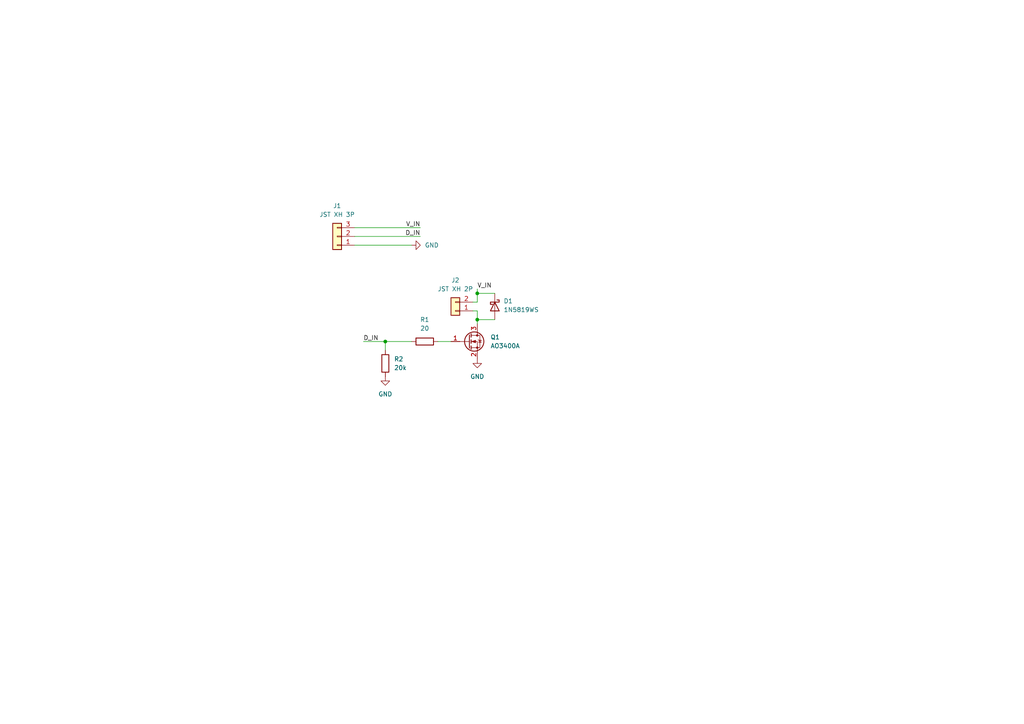
<source format=kicad_sch>
(kicad_sch (version 20250114) (generator "eeschema") (generator_version "9.0")
  (paper "A4")
  (lib_symbols
    (symbol "Connector_Generic:Conn_01x02" (pin_names (offset 1.016) (hide yes))
      (property "Reference" "J" (at 0 2.54 0))
      (property "Value" "Conn_01x02" (at 0 -5.08 0))
      (symbol "Conn_01x02_1_1"
        (rectangle (start -1.27 1.27) (end 1.27 -3.81) (stroke (width 0.254)) (fill (type background)))
        (rectangle (start -1.27 0.127) (end 0 -0.127) (stroke (width 0.1524)))
        (rectangle (start -1.27 -2.413) (end 0 -2.667) (stroke (width 0.1524)))
        (pin passive line (at -5.08 0 0) (length 3.81) (name "Pin_1") (number "1"))
        (pin passive line (at -5.08 -2.54 0) (length 3.81) (name "Pin_2") (number "2"))
      )
    )
    (symbol "Connector_Generic:Conn_01x03" (pin_names (offset 1.016) (hide yes))
      (property "Reference" "J" (at 0 5.08 0))
      (property "Value" "Conn_01x03" (at 0 -5.08 0))
      (symbol "Conn_01x03_1_1"
        (rectangle (start -1.27 3.81) (end 1.27 -3.81) (stroke (width 0.254)) (fill (type background)))
        (rectangle (start -1.27 2.667) (end 0 2.413) (stroke (width 0.1524)))
        (rectangle (start -1.27 0.127) (end 0 -0.127) (stroke (width 0.1524)))
        (rectangle (start -1.27 -2.413) (end 0 -2.667) (stroke (width 0.1524)))
        (pin passive line (at -5.08 2.54 0) (length 3.81) (name "Pin_1") (number "1"))
        (pin passive line (at -5.08 0 0) (length 3.81) (name "Pin_2") (number "2"))
        (pin passive line (at -5.08 -2.54 0) (length 3.81) (name "Pin_3") (number "3"))
      )
    )
    (symbol "Device:R" (pin_numbers (hide yes)) (pin_names (offset 0))
      (property "Reference" "R" (at 2.032 0 90))
      (property "Value" "R" (at 0 0 90))
      (symbol "R_0_1"
        (rectangle (start -1.016 -2.54) (end 1.016 2.54) (stroke (width 0.254)))
      )
      (symbol "R_1_1"
        (pin passive line (at 0 3.81 270) (length 1.27) (name "~") (number "1"))
        (pin passive line (at 0 -3.81 90) (length 1.27) (name "~") (number "2"))
      )
    )
    (symbol "Diode:1N5819WS" (pin_numbers (hide yes)) (pin_names (offset 1.016) (hide yes))
      (property "Reference" "D" (at 0 2.54 0))
      (property "Value" "1N5819WS" (at 0 -2.54 0))
      (symbol "1N5819WS_0_1"
        (polyline (pts (xy -1.905 0.635) (xy -1.905 1.27) (xy -1.27 1.27) (xy -1.27 -1.27) (xy -0.635 -1.27) (xy -0.635 -0.635)) (stroke (width 0.254)))
        (polyline (pts (xy 1.27 1.27) (xy 1.27 -1.27) (xy -1.27 0) (xy 1.27 1.27)) (stroke (width 0.254)))
        (polyline (pts (xy 1.27 0) (xy -1.27 0)))
      )
      (symbol "1N5819WS_1_1"
        (pin passive line (at -3.81 0 0) (length 2.54) (name "K") (number "1"))
        (pin passive line (at 3.81 0 180) (length 2.54) (name "A") (number "2"))
      )
    )
    (symbol "Transistor_FET:AO3400A" (pin_names (hide yes))
      (property "Reference" "Q" (at 5.08 1.905 0))
      (property "Value" "AO3400A" (at 5.08 0 0))
      (symbol "AO3400A_0_1"
        (polyline (pts (xy 0.254 1.905) (xy 0.254 -1.905)) (stroke (width 0.254)))
        (polyline (pts (xy 0.254 0) (xy -2.54 0)))
        (polyline (pts (xy 0.762 2.286) (xy 0.762 1.27)) (stroke (width 0.254)))
        (polyline (pts (xy 0.762 0.508) (xy 0.762 -0.508)) (stroke (width 0.254)))
        (polyline (pts (xy 0.762 -1.27) (xy 0.762 -2.286)) (stroke (width 0.254)))
        (polyline (pts (xy 0.762 -1.778) (xy 3.302 -1.778) (xy 3.302 1.778) (xy 0.762 1.778)))
        (polyline (pts (xy 1.016 0) (xy 2.032 0.381) (xy 2.032 -0.381) (xy 1.016 0)) (fill (type outline)))
        (circle (center 1.651 0) (radius 2.794) (stroke (width 0.254)))
        (polyline (pts (xy 2.54 2.54) (xy 2.54 1.778)))
        (circle (center 2.54 1.778) (radius 0.254) (fill (type outline)))
        (circle (center 2.54 -1.778) (radius 0.254) (fill (type outline)))
        (polyline (pts (xy 2.54 -2.54) (xy 2.54 0) (xy 0.762 0)))
        (polyline (pts (xy 2.794 0.508) (xy 2.921 0.381) (xy 3.683 0.381) (xy 3.81 0.254)))
        (polyline (pts (xy 3.302 0.381) (xy 2.921 -0.254) (xy 3.683 -0.254) (xy 3.302 0.381)))
      )
      (symbol "AO3400A_1_1"
        (pin input line (at -5.08 0 0) (length 2.54) (name "G") (number "1"))
        (pin passive line (at 2.54 5.08 270) (length 2.54) (name "D") (number "3"))
        (pin passive line (at 2.54 -5.08 90) (length 2.54) (name "S") (number "2"))
      )
    )
    (symbol "power:GND" (power) (pin_numbers (hide yes)) (pin_names (offset 0) (hide yes))
      (property "Value" "GND" (at 0 -3.81 0))
      (symbol "GND_0_1"
        (polyline (pts (xy 0 0) (xy 0 -1.27) (xy 1.27 -1.27) (xy 0 -2.54) (xy -1.27 -1.27) (xy 0 -1.27)))
      )
      (symbol "GND_1_1"
        (pin power_in line (at 0 0 270) (length 0) (name "~") (number "1"))
      )
    )
  )
  (junction (at 111.76 99.06))
  (junction (at 138.43 85.09))
  (junction (at 138.43 92.71))
  (wire (pts (xy 138.43 90.17) (xy 138.43 92.71)))
  (wire (pts (xy 105.41 99.06) (xy 111.76 99.06)))
  (wire (pts (xy 138.43 87.63) (xy 137.16 87.63)))
  (wire (pts (xy 111.76 99.06) (xy 119.38 99.06)))
  (wire (pts (xy 138.43 90.17) (xy 137.16 90.17)))
  (wire (pts (xy 138.43 85.09) (xy 143.51 85.09)))
  (wire (pts (xy 138.43 85.09) (xy 138.43 87.63)))
  (wire (pts (xy 138.43 83.82) (xy 138.43 85.09)))
  (wire (pts (xy 102.87 66.04) (xy 121.92 66.04)))
  (wire (pts (xy 111.76 101.6) (xy 111.76 99.06)))
  (wire (pts (xy 102.87 71.12) (xy 119.38 71.12)))
  (wire (pts (xy 127 99.06) (xy 130.81 99.06)))
  (wire (pts (xy 102.87 68.58) (xy 121.92 68.58)))
  (wire (pts (xy 138.43 92.71) (xy 143.51 92.71)))
  (wire (pts (xy 138.43 92.71) (xy 138.43 93.98)))
  (label "V_IN" (at 138.43 83.82 0))
  (label "D_IN" (at 105.41 99.06 0))
  (label "V_IN" (at 121.92 66.04 180))
  (label "D_IN" (at 121.92 68.58 180))
  (symbol (lib_id "Device:R") (at 123.19 99.06 90) (unit 1)
    (property "Reference" "R1" (at 123.19 92.71 90))
    (property "Value" "20" (at 123.19 95.25 90))
    (property "Footprint" "Resistor_SMD:R_0603_1608Metric" (effects (hide yes)))
    (property "Description" "Resistor" (effects (hide yes)))
  )
  (symbol (lib_id "power:GND") (at 111.76 109.22 0) (unit 1)
    (property "Reference" "#PWR01" (effects (hide yes)))
    (property "Value" "GND" (at 111.76 114.3 0))
    (property "Description" "Power symbol creates a global label with name \"GND\" , ground" (effects (hide yes)))
  )
  (symbol (lib_id "Connector_Generic:Conn_01x03") (at 97.79 68.58 180) (unit 1)
    (property "Reference" "J1" (at 97.79 59.69 0))
    (property "Value" "JST XH 3P" (at 97.79 62.23 0))
    (property "Footprint" "Connector_JST:JST_XH_B3B-XH-A_1x03_P2.50mm_Vertical" (effects (hide yes)))
    (property "Description" "Generic connector, single row, 01x03, script generated (kicad-library-utils/schlib/autogen/connector/)" (effects (hide yes)))
  )
  (symbol (lib_id "Diode:1N5819WS") (at 143.51 88.9 270) (unit 1)
    (property "Reference" "D1" (at 146.05 87.3124 90) (effects (justify left)))
    (property "Value" "1N5819WS" (at 146.05 89.8524 90) (effects (justify left)))
    (property "Footprint" "Diode_SMD:D_SOD-323" (effects (hide yes)))
    (property "Datasheet" "https://datasheet.lcsc.com/lcsc/2204281430_Guangdong-Hottech-1N5819WS_C191023.pdf" (effects (hide yes)))
    (property "Description" "40V 600mV@1A 1A SOD-323 Schottky Barrier Diodes, SOD-323" (effects (hide yes)))
  )
  (symbol (lib_id "power:GND") (at 119.38 71.12 90) (unit 1)
    (property "Reference" "#PWR04" (effects (hide yes)))
    (property "Value" "GND" (at 123.19 71.1199 90) (effects (justify right)))
    (property "Description" "Power symbol creates a global label with name \"GND\" , ground" (effects (hide yes)))
  )
  (symbol (lib_id "Connector_Generic:Conn_01x02") (at 132.08 90.17 180) (unit 1)
    (property "Reference" "J2" (at 132.08 81.28 0))
    (property "Value" "JST XH 2P" (at 132.08 83.82 0))
    (property "Footprint" "Connector_JST:JST_XH_B2B-XH-A_1x02_P2.50mm_Vertical" (effects (hide yes)))
    (property "Description" "Generic connector, single row, 01x02, script generated (kicad-library-utils/schlib/autogen/connector/)" (effects (hide yes)))
  )
  (symbol (lib_id "Transistor_FET:AO3400A") (at 135.89 99.06 0) (unit 1)
    (property "Reference" "Q1" (at 142.24 97.7899 0) (effects (justify left)))
    (property "Value" "AO3400A" (at 142.24 100.3299 0) (effects (justify left)))
    (property "Footprint" "Package_TO_SOT_SMD:SOT-23" (effects (hide yes)))
    (property "Datasheet" "http://www.aosmd.com/pdfs/datasheet/AO3400A.pdf" (effects (hide yes)))
    (property "Description" "30V Vds, 5.7A Id, N-Channel MOSFET, SOT-23" (effects (hide yes)))
  )
  (symbol (lib_id "power:GND") (at 138.43 104.14 0) (unit 1)
    (property "Reference" "#PWR02" (effects (hide yes)))
    (property "Value" "GND" (at 138.43 109.22 0))
    (property "Description" "Power symbol creates a global label with name \"GND\" , ground" (effects (hide yes)))
  )
  (symbol (lib_id "Device:R") (at 111.76 105.41 180) (unit 1)
    (property "Reference" "R2" (at 114.3 104.1399 0) (effects (justify right)))
    (property "Value" "20k" (at 114.3 106.6799 0) (effects (justify right)))
    (property "Footprint" "Resistor_SMD:R_0603_1608Metric" (effects (hide yes)))
    (property "Description" "Resistor" (effects (hide yes)))
  )
)
</source>
